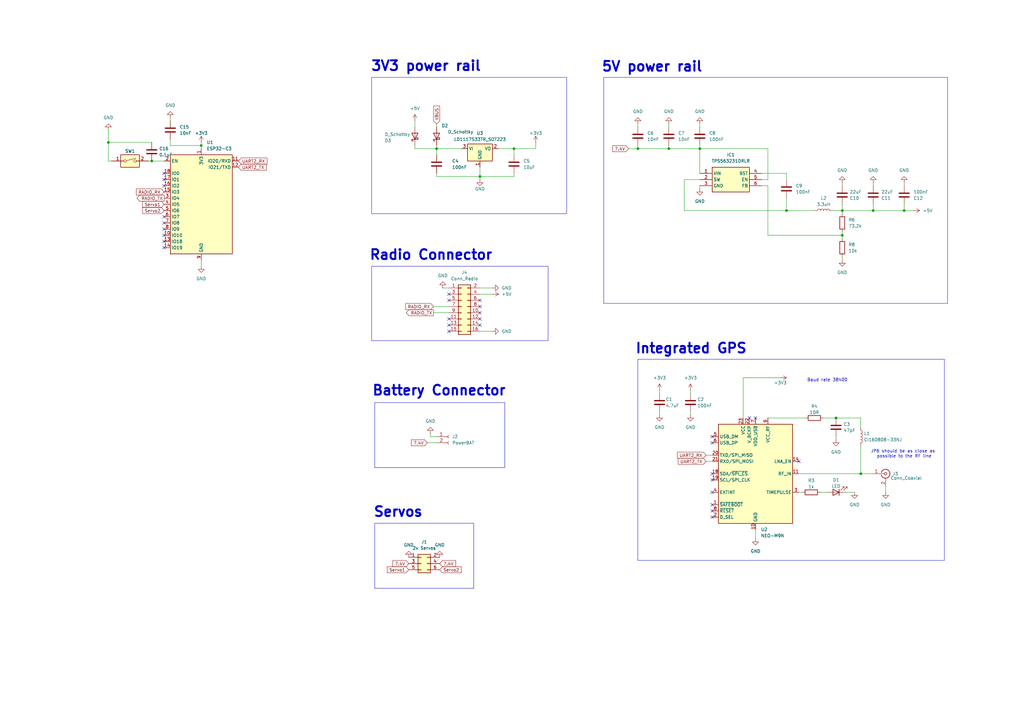
<source format=kicad_sch>
(kicad_sch (version 20250114) (generator "eeschema") (generator_version "9.0")
  (paper "A3")
  (lib_symbols
    (symbol "Connector:Conn_01x02_Socket" (pin_names (offset 1.016) (hide yes))
      (property "Reference" "J" (at 0 2.54 0))
      (property "Value" "Conn_01x02_Socket" (at 0 -5.08 0))
      (symbol "Conn_01x02_Socket_1_1"
        (polyline (pts (xy -1.27 0) (xy -0.508 0)) (stroke (width 0.1524)))
        (polyline (pts (xy -1.27 -2.54) (xy -0.508 -2.54)) (stroke (width 0.1524)))
        (arc (start 0 -0.508) (mid -0.5058 0) (end 0 0.508) (stroke (width 0.1524)))
        (arc (start 0 -3.048) (mid -0.5058 -2.54) (end 0 -2.032) (stroke (width 0.1524)))
        (pin passive line (at -5.08 0 0) (length 3.81) (name "Pin_1") (number "1"))
        (pin passive line (at -5.08 -2.54 0) (length 3.81) (name "Pin_2") (number "2"))
      )
    )
    (symbol "Connector:Conn_Coaxial" (pin_names (offset 1.016) (hide yes))
      (property "Reference" "J" (at 0.254 3.048 0))
      (property "Value" "Conn_Coaxial" (at 2.921 0 90))
      (symbol "Conn_Coaxial_0_1"
        (polyline (pts (xy -2.54 0) (xy -0.508 0)))
        (arc (start 1.778 0) (mid 0.222 -1.8079) (end -1.778 -0.508) (stroke (width 0.254)))
        (arc (start -1.778 0.508) (mid 0.2221 1.8084) (end 1.778 0) (stroke (width 0.254)))
        (circle (center 0 0) (radius 0.508) (stroke (width 0.2032)))
        (polyline (pts (xy 0 -2.54) (xy 0 -1.778)))
      )
      (symbol "Conn_Coaxial_1_1"
        (pin passive line (at -5.08 0 0) (length 2.54) (name "In") (number "1"))
        (pin passive line (at 0 -5.08 90) (length 2.54) (name "Ext") (number "2"))
      )
    )
    (symbol "Connector_Generic:Conn_02x03_Odd_Even" (pin_names (offset 1.016) (hide yes))
      (property "Reference" "J" (at 1.27 5.08 0))
      (property "Value" "Conn_02x03_Odd_Even" (at 1.27 -5.08 0))
      (symbol "Conn_02x03_Odd_Even_1_1"
        (rectangle (start -1.27 3.81) (end 3.81 -3.81) (stroke (width 0.254)) (fill (type background)))
        (rectangle (start -1.27 2.667) (end 0 2.413) (stroke (width 0.1524)))
        (rectangle (start -1.27 0.127) (end 0 -0.127) (stroke (width 0.1524)))
        (rectangle (start -1.27 -2.413) (end 0 -2.667) (stroke (width 0.1524)))
        (rectangle (start 3.81 2.667) (end 2.54 2.413) (stroke (width 0.1524)))
        (rectangle (start 3.81 0.127) (end 2.54 -0.127) (stroke (width 0.1524)))
        (rectangle (start 3.81 -2.413) (end 2.54 -2.667) (stroke (width 0.1524)))
        (pin passive line (at -5.08 2.54 0) (length 3.81) (name "Pin_1") (number "1"))
        (pin passive line (at -5.08 0 0) (length 3.81) (name "Pin_3") (number "3"))
        (pin passive line (at -5.08 -2.54 0) (length 3.81) (name "Pin_5") (number "5"))
        (pin passive line (at 7.62 2.54 180) (length 3.81) (name "Pin_2") (number "2"))
        (pin passive line (at 7.62 0 180) (length 3.81) (name "Pin_4") (number "4"))
        (pin passive line (at 7.62 -2.54 180) (length 3.81) (name "Pin_6") (number "6"))
      )
    )
    (symbol "Connector_Generic:Conn_02x08_Odd_Even" (pin_names (offset 1.016) (hide yes))
      (property "Reference" "J" (at 1.27 10.16 0))
      (property "Value" "Conn_02x08_Odd_Even" (at 1.27 -12.7 0))
      (symbol "Conn_02x08_Odd_Even_1_1"
        (rectangle (start -1.27 8.89) (end 3.81 -11.43) (stroke (width 0.254)) (fill (type background)))
        (rectangle (start -1.27 7.747) (end 0 7.493) (stroke (width 0.1524)))
        (rectangle (start -1.27 5.207) (end 0 4.953) (stroke (width 0.1524)))
        (rectangle (start -1.27 2.667) (end 0 2.413) (stroke (width 0.1524)))
        (rectangle (start -1.27 0.127) (end 0 -0.127) (stroke (width 0.1524)))
        (rectangle (start -1.27 -2.413) (end 0 -2.667) (stroke (width 0.1524)))
        (rectangle (start -1.27 -4.953) (end 0 -5.207) (stroke (width 0.1524)))
        (rectangle (start -1.27 -7.493) (end 0 -7.747) (stroke (width 0.1524)))
        (rectangle (start -1.27 -10.033) (end 0 -10.287) (stroke (width 0.1524)))
        (rectangle (start 3.81 7.747) (end 2.54 7.493) (stroke (width 0.1524)))
        (rectangle (start 3.81 5.207) (end 2.54 4.953) (stroke (width 0.1524)))
        (rectangle (start 3.81 2.667) (end 2.54 2.413) (stroke (width 0.1524)))
        (rectangle (start 3.81 0.127) (end 2.54 -0.127) (stroke (width 0.1524)))
        (rectangle (start 3.81 -2.413) (end 2.54 -2.667) (stroke (width 0.1524)))
        (rectangle (start 3.81 -4.953) (end 2.54 -5.207) (stroke (width 0.1524)))
        (rectangle (start 3.81 -7.493) (end 2.54 -7.747) (stroke (width 0.1524)))
        (rectangle (start 3.81 -10.033) (end 2.54 -10.287) (stroke (width 0.1524)))
        (pin passive line (at -5.08 7.62 0) (length 3.81) (name "Pin_1") (number "1"))
        (pin passive line (at -5.08 5.08 0) (length 3.81) (name "Pin_3") (number "3"))
        (pin passive line (at -5.08 2.54 0) (length 3.81) (name "Pin_5") (number "5"))
        (pin passive line (at -5.08 0 0) (length 3.81) (name "Pin_7") (number "7"))
        (pin passive line (at -5.08 -2.54 0) (length 3.81) (name "Pin_9") (number "9"))
        (pin passive line (at -5.08 -5.08 0) (length 3.81) (name "Pin_11") (number "11"))
        (pin passive line (at -5.08 -7.62 0) (length 3.81) (name "Pin_13") (number "13"))
        (pin passive line (at -5.08 -10.16 0) (length 3.81) (name "Pin_15") (number "15"))
        (pin passive line (at 7.62 7.62 180) (length 3.81) (name "Pin_2") (number "2"))
        (pin passive line (at 7.62 5.08 180) (length 3.81) (name "Pin_4") (number "4"))
        (pin passive line (at 7.62 2.54 180) (length 3.81) (name "Pin_6") (number "6"))
        (pin passive line (at 7.62 0 180) (length 3.81) (name "Pin_8") (number "8"))
        (pin passive line (at 7.62 -2.54 180) (length 3.81) (name "Pin_10") (number "10"))
        (pin passive line (at 7.62 -5.08 180) (length 3.81) (name "Pin_12") (number "12"))
        (pin passive line (at 7.62 -7.62 180) (length 3.81) (name "Pin_14") (number "14"))
        (pin passive line (at 7.62 -10.16 180) (length 3.81) (name "Pin_16") (number "16"))
      )
    )
    (symbol "Device:C" (pin_numbers (hide yes)) (pin_names (offset 0.254))
      (property "Reference" "C" (at 0.635 2.54 0))
      (property "Value" "C" (at 0.635 -2.54 0))
      (symbol "C_0_1"
        (polyline (pts (xy -2.032 0.762) (xy 2.032 0.762)) (stroke (width 0.508)))
        (polyline (pts (xy -2.032 -0.762) (xy 2.032 -0.762)) (stroke (width 0.508)))
      )
      (symbol "C_1_1"
        (pin passive line (at 0 3.81 270) (length 2.794) (name "~") (number "1"))
        (pin passive line (at 0 -3.81 90) (length 2.794) (name "~") (number "2"))
      )
    )
    (symbol "Device:D_Schottky" (pin_numbers (hide yes)) (pin_names (offset 1.016) (hide yes))
      (property "Reference" "D" (at 0 2.54 0))
      (property "Value" "D_Schottky" (at 0 -2.54 0))
      (symbol "D_Schottky_0_1"
        (polyline (pts (xy -1.905 0.635) (xy -1.905 1.27) (xy -1.27 1.27) (xy -1.27 -1.27) (xy -0.635 -1.27) (xy -0.635 -0.635)) (stroke (width 0.254)))
        (polyline (pts (xy 1.27 1.27) (xy 1.27 -1.27) (xy -1.27 0) (xy 1.27 1.27)) (stroke (width 0.254)))
        (polyline (pts (xy 1.27 0) (xy -1.27 0)))
      )
      (symbol "D_Schottky_1_1"
        (pin passive line (at -3.81 0 0) (length 2.54) (name "K") (number "1"))
        (pin passive line (at 3.81 0 180) (length 2.54) (name "A") (number "2"))
      )
    )
    (symbol "Device:L" (pin_numbers (hide yes)) (pin_names (offset 1.016) (hide yes))
      (property "Reference" "L" (at -1.27 0 90))
      (property "Value" "L" (at 1.905 0 90))
      (symbol "L_0_1"
        (arc (start 0 2.54) (mid 0.6323 1.905) (end 0 1.27))
        (arc (start 0 1.27) (mid 0.6323 0.635) (end 0 0))
        (arc (start 0 0) (mid 0.6323 -0.635) (end 0 -1.27))
        (arc (start 0 -1.27) (mid 0.6323 -1.905) (end 0 -2.54))
      )
      (symbol "L_1_1"
        (pin passive line (at 0 3.81 270) (length 1.27) (name "1") (number "1"))
        (pin passive line (at 0 -3.81 90) (length 1.27) (name "2") (number "2"))
      )
    )
    (symbol "Device:LED" (pin_numbers (hide yes)) (pin_names (offset 1.016) (hide yes))
      (property "Reference" "D" (at 0 2.54 0))
      (property "Value" "LED" (at 0 -2.54 0))
      (symbol "LED_0_1"
        (polyline (pts (xy -3.048 -0.762) (xy -4.572 -2.286) (xy -3.81 -2.286) (xy -4.572 -2.286) (xy -4.572 -1.524)))
        (polyline (pts (xy -1.778 -0.762) (xy -3.302 -2.286) (xy -2.54 -2.286) (xy -3.302 -2.286) (xy -3.302 -1.524)))
        (polyline (pts (xy -1.27 0) (xy 1.27 0)))
        (polyline (pts (xy -1.27 -1.27) (xy -1.27 1.27)) (stroke (width 0.254)))
        (polyline (pts (xy 1.27 -1.27) (xy 1.27 1.27) (xy -1.27 0) (xy 1.27 -1.27)) (stroke (width 0.254)))
      )
      (symbol "LED_1_1"
        (pin passive line (at -3.81 0 0) (length 2.54) (name "K") (number "1"))
        (pin passive line (at 3.81 0 180) (length 2.54) (name "A") (number "2"))
      )
    )
    (symbol "Device:R" (pin_numbers (hide yes)) (pin_names (offset 0))
      (property "Reference" "R" (at 2.032 0 90))
      (property "Value" "R" (at 0 0 90))
      (symbol "R_0_1"
        (rectangle (start -1.016 -2.54) (end 1.016 2.54) (stroke (width 0.254)))
      )
      (symbol "R_1_1"
        (pin passive line (at 0 3.81 270) (length 1.27) (name "~") (number "1"))
        (pin passive line (at 0 -3.81 90) (length 1.27) (name "~") (number "2"))
      )
    )
    (symbol "RF_GPS:NEO-M9N"
      (property "Reference" "U" (at -13.97 21.59 0))
      (property "Value" "NEO-M9N" (at 11.43 21.59 0))
      (symbol "NEO-M9N_0_1"
        (rectangle (start -15.24 20.32) (end 15.24 -20.32) (stroke (width 0.254)) (fill (type background)))
      )
      (symbol "NEO-M9N_1_1"
        (pin bidirectional line (at -17.78 15.24 0) (length 2.54) (name "USB_DM") (number "5"))
        (pin bidirectional line (at -17.78 12.7 0) (length 2.54) (name "USB_DP") (number "6"))
        (pin output line (at -17.78 7.62 0) (length 2.54) (name "TXD/SPI_MISO") (number "20"))
        (pin input line (at -17.78 5.08 0) (length 2.54) (name "RXD/SPI_MOSI") (number "21"))
        (pin bidirectional line (at -17.78 0 0) (length 2.54) (name "SDA/~{SPI_CS}") (number "18"))
        (pin input line (at -17.78 -2.54 0) (length 2.54) (name "SCL/SPI_CLK") (number "19"))
        (pin input line (at -17.78 -7.62 0) (length 2.54) (name "EXTINT") (number "4"))
        (pin input line (at -17.78 -12.7 0) (length 2.54) (name "~{SAFEBOOT}") (number "1"))
        (pin input line (at -17.78 -15.24 0) (length 2.54) (name "~{RESET}") (number "8"))
        (pin input line (at -17.78 -17.78 0) (length 2.54) (name "D_SEL") (number "2"))
        (pin power_in line (at -5.08 22.86 270) (length 2.54) (name "VCC") (number "23"))
        (pin power_in line (at -2.54 22.86 270) (length 2.54) (name "V_BCKP") (number "22"))
        (pin power_in line (at 0 22.86 270) (length 2.54) (name "VDD_USB") (number "7"))
        (pin power_in line (at 0 -22.86 90) (length 2.54) (name "GND") (number "10"))
        (pin passive line (at 0 -22.86 90) (length 2.54) (hide yes) (name "GND") (number "12"))
        (pin passive line (at 0 -22.86 90) (length 2.54) (hide yes) (name "GND") (number "13"))
        (pin passive line (at 0 -22.86 90) (length 2.54) (hide yes) (name "GND") (number "24"))
        (pin power_out line (at 5.08 22.86 270) (length 2.54) (name "VCC_RF") (number "9"))
        (pin no_connect line (at 15.24 -10.16 180) (length 2.54) (hide yes) (name "RESERVED") (number "15"))
        (pin no_connect line (at 15.24 -12.7 180) (length 2.54) (hide yes) (name "RESERVED") (number "16"))
        (pin no_connect line (at 15.24 -15.24 180) (length 2.54) (hide yes) (name "RESERVED") (number "17"))
        (pin output line (at 17.78 5.08 180) (length 2.54) (name "LNA_EN") (number "14"))
        (pin input line (at 17.78 0 180) (length 2.54) (name "RF_IN") (number "11"))
        (pin output line (at 17.78 -7.62 180) (length 2.54) (name "TIMEPULSE") (number "3"))
      )
    )
    (symbol "RF_Module:ESP32-C3-WROOM-02"
      (property "Reference" "U" (at -12.192 21.336 0))
      (property "Value" "ESP32-C3-WROOM-02" (at 12.192 21.336 0))
      (symbol "ESP32-C3-WROOM-02_1_1"
        (rectangle (start -12.7 20.32) (end 12.7 -20.32) (stroke (width 0.254)) (fill (type background)))
        (pin input line (at -15.24 17.78 0) (length 2.54) (name "EN") (number "2"))
        (pin bidirectional line (at -15.24 12.7 0) (length 2.54) (name "IO0") (number "18"))
        (pin bidirectional line (at -15.24 10.16 0) (length 2.54) (name "IO1") (number "17"))
        (pin bidirectional line (at -15.24 7.62 0) (length 2.54) (name "IO2") (number "16"))
        (pin bidirectional line (at -15.24 5.08 0) (length 2.54) (name "IO3") (number "15"))
        (pin bidirectional line (at -15.24 2.54 0) (length 2.54) (name "IO4") (number "3"))
        (pin bidirectional line (at -15.24 0 0) (length 2.54) (name "IO5") (number "4"))
        (pin bidirectional line (at -15.24 -2.54 0) (length 2.54) (name "IO6") (number "5"))
        (pin bidirectional line (at -15.24 -5.08 0) (length 2.54) (name "IO7") (number "6"))
        (pin bidirectional line (at -15.24 -7.62 0) (length 2.54) (name "IO8") (number "7"))
        (pin bidirectional line (at -15.24 -10.16 0) (length 2.54) (name "IO9") (number "8"))
        (pin bidirectional line (at -15.24 -12.7 0) (length 2.54) (name "IO10") (number "10"))
        (pin bidirectional line (at -15.24 -15.24 0) (length 2.54) (name "IO18") (number "13"))
        (pin bidirectional line (at -15.24 -17.78 0) (length 2.54) (name "IO19") (number "14"))
        (pin power_in line (at 0 22.86 270) (length 2.54) (name "3V3") (number "1"))
        (pin passive line (at 0 -22.86 90) (length 2.54) (hide yes) (name "GND") (number "19"))
        (pin power_in line (at 0 -22.86 90) (length 2.54) (name "GND") (number "9"))
        (pin bidirectional line (at 15.24 17.78 180) (length 2.54) (name "IO20/RXD") (number "11"))
        (pin bidirectional line (at 15.24 15.24 180) (length 2.54) (name "IO21/TXD") (number "12"))
      )
    )
    (symbol "Regulator_Linear:LD1117S33TR_SOT223"
      (property "Reference" "U" (at -3.81 3.175 0))
      (property "Value" "LD1117S33TR_SOT223" (at 0 3.175 0))
      (symbol "LD1117S33TR_SOT223_0_1"
        (rectangle (start -5.08 -5.08) (end 5.08 1.905) (stroke (width 0.254)) (fill (type background)))
      )
      (symbol "LD1117S33TR_SOT223_1_1"
        (pin power_in line (at -7.62 0 0) (length 2.54) (name "VI") (number "3"))
        (pin power_in line (at 0 -7.62 90) (length 2.54) (name "GND") (number "1"))
        (pin power_out line (at 7.62 0 180) (length 2.54) (name "VO") (number "2"))
      )
    )
    (symbol "SamacSys_Parts:TPS563231DRLR"
      (property "Reference" "IC" (at 21.59 7.62 0))
      (property "Value" "TPS563231DRLR" (at 21.59 5.08 0))
      (symbol "TPS563231DRLR_1_1"
        (rectangle (start 5.08 2.54) (end 20.32 -7.62) (stroke (width 0.254)) (fill (type background)))
        (pin passive line (at 0 0 0) (length 5.08) (name "VIN") (number "1"))
        (pin passive line (at 0 -2.54 0) (length 5.08) (name "SW") (number "2"))
        (pin passive line (at 0 -5.08 0) (length 5.08) (name "GND") (number "3"))
        (pin passive line (at 25.4 0 180) (length 5.08) (name "BST") (number "4"))
        (pin passive line (at 25.4 -2.54 180) (length 5.08) (name "EN") (number "5"))
        (pin passive line (at 25.4 -5.08 180) (length 5.08) (name "FB") (number "6"))
      )
    )
    (symbol "Switch:SW_DIP_x01" (pin_names (offset 0) (hide yes))
      (property "Reference" "SW" (at 0 3.81 0))
      (property "Value" "SW_DIP_x01" (at 0 -3.81 0))
      (symbol "SW_DIP_x01_0_0"
        (circle (center -2.032 0) (radius 0.508))
        (polyline (pts (xy -1.524 0.127) (xy 2.3622 1.1684)))
        (circle (center 2.032 0) (radius 0.508))
      )
      (symbol "SW_DIP_x01_0_1"
        (rectangle (start -3.81 2.54) (end 3.81 -2.54) (stroke (width 0.254)) (fill (type background)))
      )
      (symbol "SW_DIP_x01_1_1"
        (pin passive line (at -7.62 0 0) (length 5.08) (name "~") (number "1"))
        (pin passive line (at 7.62 0 180) (length 5.08) (name "~") (number "2"))
      )
    )
    (symbol "power:+3V3" (power) (pin_numbers (hide yes)) (pin_names (offset 0) (hide yes))
      (property "Value" "+3V3" (at 0 3.556 0))
      (symbol "+3V3_0_1"
        (polyline (pts (xy -0.762 1.27) (xy 0 2.54)))
        (polyline (pts (xy 0 2.54) (xy 0.762 1.27)))
        (polyline (pts (xy 0 0) (xy 0 2.54)))
      )
      (symbol "+3V3_1_1"
        (pin power_in line (at 0 0 90) (length 0) (name "~") (number "1"))
      )
    )
    (symbol "power:+5V" (power) (pin_numbers (hide yes)) (pin_names (offset 0) (hide yes))
      (property "Value" "+5V" (at 0 3.556 0))
      (symbol "+5V_0_1"
        (polyline (pts (xy -0.762 1.27) (xy 0 2.54)))
        (polyline (pts (xy 0 2.54) (xy 0.762 1.27)))
        (polyline (pts (xy 0 0) (xy 0 2.54)))
      )
      (symbol "+5V_1_1"
        (pin power_in line (at 0 0 90) (length 0) (name "~") (number "1"))
      )
    )
    (symbol "power:GND" (power) (pin_numbers (hide yes)) (pin_names (offset 0) (hide yes))
      (property "Value" "GND" (at 0 -3.81 0))
      (symbol "GND_0_1"
        (polyline (pts (xy 0 0) (xy 0 -1.27) (xy 1.27 -1.27) (xy 0 -2.54) (xy -1.27 -1.27) (xy 0 -1.27)))
      )
      (symbol "GND_1_1"
        (pin power_in line (at 0 0 270) (length 0) (name "~") (number "1"))
      )
    )
  )
  (rectangle (start 247.65 31.75) (end 388.62 124.46))
  (rectangle (start 153.67 165.1) (end 207.01 191.77))
  (rectangle (start 152.4 31.75) (end 232.41 87.63))
  (rectangle (start 153.67 214.63) (end 194.31 241.3))
  (rectangle (start 152.4 109.22) (end 224.79 139.7))
  (rectangle (start 261.62 147.32) (end 387.35 229.87))
  (text "Integrated GPS" (at 283.464 143.002 0) (effects (font (size 4 4) (thickness 0.8) (bold yes))))
  (text "Servos\n" (at 163.322 210.058 0) (effects (font (size 4 4) (thickness 0.8) (bold yes))))
  (text "Baud rate 38400" (at 339.344 155.956 0) (effects (font (size 1.27 1.27))))
  (text "JP6 should be as close as \npossible to the RF line\n" (at 370.84 186.182 0) (effects (font (size 1.27 1.27))))
  (text "3V3 power rail\n" (at 174.752 27.178 0) (effects (font (size 4 4) (thickness 0.8) (bold yes))))
  (text "Radio Connector" (at 176.784 104.648 0) (effects (font (size 4 4) (thickness 0.8) (bold yes))))
  (text "5V power rail\n" (at 267.462 27.432 0) (effects (font (size 4 4) (thickness 0.8) (bold yes))))
  (text "Battery Connector" (at 180.086 160.274 0) (effects (font (size 4 4) (thickness 0.8) (bold yes))))
  (junction (at 274.32 60.96))
  (junction (at 210.82 60.96))
  (junction (at 345.44 96.52))
  (junction (at 358.14 86.36))
  (junction (at 342.9 171.45))
  (junction (at 62.23 66.04))
  (junction (at 345.44 86.36))
  (junction (at 44.45 58.42))
  (junction (at 287.02 60.96))
  (junction (at 353.06 194.31))
  (junction (at 322.58 86.36))
  (junction (at 82.55 59.69))
  (junction (at 261.62 60.96))
  (junction (at 196.85 72.39))
  (junction (at 179.07 60.96))
  (junction (at 370.84 86.36))
  (no_connect (at 292.1 196.85))
  (no_connect (at 184.15 135.89))
  (no_connect (at 196.85 125.73))
  (no_connect (at 327.66 189.23))
  (no_connect (at 67.31 99.06))
  (no_connect (at 196.85 123.19))
  (no_connect (at 184.15 133.35))
  (no_connect (at 67.31 88.9))
  (no_connect (at 292.1 194.31))
  (no_connect (at 67.31 93.98))
  (no_connect (at 67.31 91.44))
  (no_connect (at 67.31 76.2))
  (no_connect (at 67.31 96.52))
  (no_connect (at 196.85 128.27))
  (no_connect (at 292.1 179.07))
  (no_connect (at 184.15 123.19))
  (no_connect (at 292.1 212.09))
  (no_connect (at 307.34 171.45))
  (no_connect (at 292.1 207.01))
  (no_connect (at 184.15 120.65))
  (no_connect (at 309.88 171.45))
  (no_connect (at 67.31 101.6))
  (no_connect (at 67.31 71.12))
  (no_connect (at 292.1 201.93))
  (no_connect (at 184.15 130.81))
  (no_connect (at 292.1 181.61))
  (no_connect (at 196.85 130.81))
  (no_connect (at 67.31 73.66))
  (no_connect (at 196.85 133.35))
  (no_connect (at 292.1 209.55))
  (wire (pts (xy 289.56 189.23) (xy 292.1 189.23)))
  (wire (pts (xy 342.9 179.07) (xy 342.9 180.34)))
  (wire (pts (xy 210.82 60.96) (xy 219.71 60.96)))
  (wire (pts (xy 274.32 50.8) (xy 274.32 52.07)))
  (wire (pts (xy 341.63 86.36) (xy 345.44 86.36)))
  (wire (pts (xy 170.18 49.53) (xy 170.18 52.07)))
  (wire (pts (xy 345.44 86.36) (xy 358.14 86.36)))
  (wire (pts (xy 44.45 58.42) (xy 62.23 58.42)))
  (wire (pts (xy 177.8 125.73) (xy 184.15 125.73)))
  (wire (pts (xy 179.07 60.96) (xy 179.07 63.5)))
  (wire (pts (xy 261.62 50.8) (xy 261.62 52.07)))
  (wire (pts (xy 179.07 72.39) (xy 179.07 71.12)))
  (wire (pts (xy 179.07 60.96) (xy 189.23 60.96)))
  (wire (pts (xy 210.82 60.96) (xy 210.82 63.5)))
  (wire (pts (xy 210.82 71.12) (xy 210.82 72.39)))
  (wire (pts (xy 322.58 86.36) (xy 334.01 86.36)))
  (wire (pts (xy 370.84 76.2) (xy 370.84 74.93)))
  (wire (pts (xy 280.67 86.36) (xy 322.58 86.36)))
  (wire (pts (xy 336.55 201.93) (xy 339.09 201.93)))
  (wire (pts (xy 287.02 73.66) (xy 280.67 73.66)))
  (wire (pts (xy 345.44 87.63) (xy 345.44 86.36)))
  (wire (pts (xy 201.93 118.11) (xy 196.85 118.11)))
  (wire (pts (xy 370.84 86.36) (xy 374.65 86.36)))
  (wire (pts (xy 283.21 160.02) (xy 283.21 161.29)))
  (wire (pts (xy 82.55 59.69) (xy 82.55 60.96)))
  (wire (pts (xy 204.47 60.96) (xy 210.82 60.96)))
  (wire (pts (xy 261.62 60.96) (xy 274.32 60.96)))
  (wire (pts (xy 312.42 71.12) (xy 322.58 71.12)))
  (wire (pts (xy 181.61 118.11) (xy 184.15 118.11)))
  (wire (pts (xy 280.67 73.66) (xy 280.67 86.36)))
  (wire (pts (xy 261.62 59.69) (xy 261.62 60.96)))
  (wire (pts (xy 345.44 86.36) (xy 345.44 83.82)))
  (wire (pts (xy 309.88 217.17) (xy 309.88 220.98)))
  (wire (pts (xy 327.66 194.31) (xy 353.06 194.31)))
  (wire (pts (xy 289.56 186.69) (xy 292.1 186.69)))
  (wire (pts (xy 345.44 76.2) (xy 345.44 74.93)))
  (wire (pts (xy 314.96 60.96) (xy 287.02 60.96)))
  (wire (pts (xy 196.85 68.58) (xy 196.85 72.39)))
  (wire (pts (xy 175.26 181.61) (xy 179.07 181.61)))
  (wire (pts (xy 346.71 201.93) (xy 350.52 201.93)))
  (wire (pts (xy 44.45 58.42) (xy 44.45 66.04)))
  (wire (pts (xy 44.45 53.34) (xy 44.45 58.42)))
  (wire (pts (xy 358.14 86.36) (xy 370.84 86.36)))
  (wire (pts (xy 179.07 59.69) (xy 179.07 60.96)))
  (wire (pts (xy 44.45 66.04) (xy 45.72 66.04)))
  (wire (pts (xy 314.96 73.66) (xy 314.96 60.96)))
  (wire (pts (xy 353.06 171.45) (xy 342.9 171.45)))
  (wire (pts (xy 270.51 168.91) (xy 270.51 170.18)))
  (wire (pts (xy 196.85 72.39) (xy 210.82 72.39)))
  (wire (pts (xy 314.96 76.2) (xy 312.42 76.2)))
  (wire (pts (xy 314.96 171.45) (xy 330.2 171.45)))
  (wire (pts (xy 60.96 66.04) (xy 62.23 66.04)))
  (wire (pts (xy 69.85 59.69) (xy 82.55 59.69)))
  (wire (pts (xy 270.51 160.02) (xy 270.51 161.29)))
  (wire (pts (xy 257.81 60.96) (xy 261.62 60.96)))
  (wire (pts (xy 322.58 86.36) (xy 322.58 81.28)))
  (wire (pts (xy 314.96 96.52) (xy 314.96 76.2)))
  (wire (pts (xy 358.14 76.2) (xy 358.14 74.93)))
  (wire (pts (xy 69.85 48.26) (xy 69.85 49.53)))
  (wire (pts (xy 179.07 50.8) (xy 179.07 52.07)))
  (wire (pts (xy 327.66 201.93) (xy 328.93 201.93)))
  (wire (pts (xy 176.53 179.07) (xy 179.07 179.07)))
  (wire (pts (xy 62.23 66.04) (xy 67.31 66.04)))
  (wire (pts (xy 337.82 171.45) (xy 342.9 171.45)))
  (wire (pts (xy 177.8 128.27) (xy 184.15 128.27)))
  (wire (pts (xy 345.44 105.41) (xy 345.44 106.68)))
  (wire (pts (xy 196.85 120.65) (xy 201.93 120.65)))
  (wire (pts (xy 353.06 182.88) (xy 353.06 194.31)))
  (wire (pts (xy 179.07 72.39) (xy 196.85 72.39)))
  (wire (pts (xy 370.84 86.36) (xy 370.84 83.82)))
  (wire (pts (xy 363.22 199.39) (xy 363.22 201.93)))
  (wire (pts (xy 283.21 168.91) (xy 283.21 170.18)))
  (wire (pts (xy 287.02 59.69) (xy 287.02 60.96)))
  (wire (pts (xy 219.71 60.96) (xy 219.71 58.42)))
  (wire (pts (xy 287.02 52.07) (xy 287.02 50.8)))
  (wire (pts (xy 287.02 76.2) (xy 287.02 77.47)))
  (wire (pts (xy 345.44 96.52) (xy 314.96 96.52)))
  (wire (pts (xy 176.53 177.8) (xy 176.53 179.07)))
  (wire (pts (xy 353.06 175.26) (xy 353.06 171.45)))
  (wire (pts (xy 287.02 60.96) (xy 287.02 71.12)))
  (wire (pts (xy 353.06 194.31) (xy 358.14 194.31)))
  (wire (pts (xy 312.42 73.66) (xy 314.96 73.66)))
  (wire (pts (xy 322.58 73.66) (xy 322.58 71.12)))
  (wire (pts (xy 345.44 95.25) (xy 345.44 96.52)))
  (wire (pts (xy 82.55 59.69) (xy 82.55 58.42)))
  (wire (pts (xy 201.93 135.89) (xy 196.85 135.89)))
  (wire (pts (xy 69.85 57.15) (xy 69.85 59.69)))
  (wire (pts (xy 170.18 60.96) (xy 179.07 60.96)))
  (wire (pts (xy 196.85 72.39) (xy 196.85 73.66)))
  (wire (pts (xy 358.14 86.36) (xy 358.14 83.82)))
  (wire (pts (xy 274.32 60.96) (xy 287.02 60.96)))
  (wire (pts (xy 170.18 59.69) (xy 170.18 60.96)))
  (wire (pts (xy 274.32 59.69) (xy 274.32 60.96)))
  (wire (pts (xy 304.8 154.94) (xy 320.04 154.94)))
  (wire (pts (xy 304.8 154.94) (xy 304.8 171.45)))
  (wire (pts (xy 345.44 96.52) (xy 345.44 97.79)))
  (wire (pts (xy 82.55 106.68) (xy 82.55 109.22)))
  (global_label "UART2_RX" (shape input) (at 97.79 66.04 0) (property "Intersheetrefs" "${INTERSHEET_REFS}" (effects (hide yes))))
  (global_label "UART2_RX" (shape input) (at 289.56 186.69 180) (property "Intersheetrefs" "${INTERSHEET_REFS}" (effects (hide yes))))
  (global_label "VBUS" (shape input) (at 179.07 50.8 90) (property "Intersheetrefs" "${INTERSHEET_REFS}" (effects (hide yes))))
  (global_label "Servo2" (shape input) (at 67.31 86.36 180) (property "Intersheetrefs" "${INTERSHEET_REFS}" (effects (hide yes))))
  (global_label "RADIO_RX" (shape input) (at 67.31 78.74 180) (property "Intersheetrefs" "${INTERSHEET_REFS}" (effects (hide yes))))
  (global_label "RADIO_TX" (shape output) (at 67.31 81.28 180) (property "Intersheetrefs" "${INTERSHEET_REFS}" (effects (hide yes))))
  (global_label "7.4V" (shape input) (at 167.64 231.14 180) (property "Intersheetrefs" "${INTERSHEET_REFS}" (effects (hide yes))))
  (global_label "UART2_TX" (shape input) (at 289.56 189.23 180) (property "Intersheetrefs" "${INTERSHEET_REFS}" (effects (hide yes))))
  (global_label "Servo1" (shape input) (at 67.31 83.82 180) (property "Intersheetrefs" "${INTERSHEET_REFS}" (effects (hide yes))))
  (global_label "RADIO_RX" (shape input) (at 177.8 125.73 180) (property "Intersheetrefs" "${INTERSHEET_REFS}" (effects (hide yes))))
  (global_label "7.4V" (shape input) (at 257.81 60.96 180) (property "Intersheetrefs" "${INTERSHEET_REFS}" (effects (hide yes))))
  (global_label "UART2_TX" (shape input) (at 97.79 68.58 0) (property "Intersheetrefs" "${INTERSHEET_REFS}" (effects (hide yes))))
  (global_label "7.4V" (shape input) (at 180.34 231.14 0) (property "Intersheetrefs" "${INTERSHEET_REFS}" (effects (hide yes))))
  (global_label "Servo2" (shape input) (at 180.34 233.68 0) (property "Intersheetrefs" "${INTERSHEET_REFS}" (effects (hide yes))))
  (global_label "Servo1" (shape input) (at 167.64 233.68 180) (property "Intersheetrefs" "${INTERSHEET_REFS}" (effects (hide yes))))
  (global_label "RADIO_TX" (shape output) (at 177.8 128.27 180) (property "Intersheetrefs" "${INTERSHEET_REFS}" (effects (hide yes))))
  (global_label "7.4V" (shape input) (at 175.26 181.61 180) (property "Intersheetrefs" "${INTERSHEET_REFS}" (effects (hide yes))))
  (symbol (lib_id "power:+5V") (at 201.93 120.65 270) (unit 1)
    (property "Reference" "#PWR012" (effects (hide yes)))
    (property "Value" "+5V" (at 205.74 120.6499 90) (effects (justify left)))
    (property "Description" "Power symbol creates a global label with name \"+5V\"" (effects (hide yes)))
  )
  (symbol (lib_id "power:GND") (at 350.52 201.93 0) (unit 1)
    (property "Reference" "#PWR08" (effects (hide yes)))
    (property "Value" "GND" (at 350.52 207.01 0))
    (property "Description" "Power symbol creates a global label with name \"GND\" , ground" (effects (hide yes)))
  )
  (symbol (lib_id "Device:R") (at 332.74 201.93 90) (unit 1)
    (property "Reference" "R3" (at 332.74 197.104 90))
    (property "Value" "1k" (at 332.74 199.644 90))
    (property "Footprint" "Resistor_SMD:R_1206_3216Metric" (effects (hide yes)))
    (property "Description" "Resistor" (effects (hide yes)))
  )
  (symbol (lib_id "Device:L") (at 337.82 86.36 90) (unit 1)
    (property "Reference" "L2" (at 337.82 81.28 90))
    (property "Value" "3.3uH" (at 337.82 83.82 90))
    (property "Footprint" "Inductor_SMD:L_Vishay_IHLP-2020" (effects (hide yes)))
    (property "Datasheet" "https://pt.mouser.com/ProductDetail/Vishay-Dale/IHLP2020CZER3R3M11?qs=6luCnr706CxdDyJXF4LSYw%3D%3D" (effects (hide yes)))
    (property "Description" "Inductor" (effects (hide yes)))
  )
  (symbol (lib_id "power:GND") (at 270.51 170.18 0) (unit 1)
    (property "Reference" "#PWR02" (effects (hide yes)))
    (property "Value" "GND" (at 270.51 175.26 0))
    (property "Description" "Power symbol creates a global label with name \"GND\" , ground" (effects (hide yes)))
  )
  (symbol (lib_id "Device:C") (at 179.07 67.31 0) (unit 1)
    (property "Reference" "C4" (at 185.42 66.0399 0) (effects (justify left)))
    (property "Value" "100nF" (at 185.42 68.5799 0) (effects (justify left)))
    (property "Footprint" "Capacitor_SMD:C_1206_3216Metric" (effects (hide yes)))
    (property "Description" "Unpolarized capacitor" (effects (hide yes)))
  )
  (symbol (lib_id "Connector:Conn_01x02_Socket") (at 184.15 179.07 0) (unit 1)
    (property "Reference" "J2" (at 185.42 179.0699 0) (effects (justify left)))
    (property "Value" "PowerBAT" (at 185.42 181.6099 0) (effects (justify left)))
    (property "Footprint" "Connector_AMASS:AMASS_XT30UPB-F_1x02_P5.0mm_Vertical" (effects (hide yes)))
    (property "Description" "Generic connector, single row, 01x02, script generated" (effects (hide yes)))
  )
  (symbol (lib_id "power:GND") (at 167.64 228.6 180) (unit 1)
    (property "Reference" "#PWR030" (effects (hide yes)))
    (property "Value" "GND" (at 167.64 223.52 0))
    (property "Description" "Power symbol creates a global label with name \"GND\" , ground" (effects (hide yes)))
  )
  (symbol (lib_id "power:+3V3") (at 270.51 160.02 0) (unit 1)
    (property "Reference" "#PWR01" (effects (hide yes)))
    (property "Value" "+3V3" (at 270.51 154.94 0))
    (property "Description" "Power symbol creates a global label with name \"+3V3\"" (effects (hide yes)))
  )
  (symbol (lib_id "power:GND") (at 274.32 50.8 180) (unit 1)
    (property "Reference" "#PWR019" (effects (hide yes)))
    (property "Value" "GND" (at 274.32 45.72 0))
    (property "Description" "Power symbol creates a global label with name \"GND\" , ground" (effects (hide yes)))
  )
  (symbol (lib_id "SamacSys_Parts:TPS563231DRLR") (at 287.02 71.12 0) (unit 1)
    (property "Reference" "IC1" (at 299.72 63.5 0))
    (property "Value" "TPS563231DRLR" (at 299.72 66.04 0))
    (property "Footprint" "SamacSys_Parts:SOTFL50P160X60-6N" (effects (hide yes)))
    (property "Datasheet" "http://www.ti.com/lit/gpn/TPS563231" (effects (hide yes)))
    (property "Description" "4.5-V to 17-V input, 3-A synchronous step-down voltage regulator" (effects (hide yes)))
    (property "Height" "0.6" (effects (hide yes)))
    (property "Manufacturer_Name" "Texas Instruments" (effects (hide yes)))
    (property "Manufacturer_Part_Number" "TPS563231DRLR" (effects (hide yes)))
    (property "Arrow Part Number" "TPS563231DRLR" (effects (hide yes)))
    (property "Arrow Price/Stock" "https://www.arrow.com/en/products/tps563231drlr/texas-instruments" (effects (hide yes)))
    (property "Part Page" "https://pt.mouser.com/ProductDetail/Texas-Instruments/TPS563231DRLR?qs=9r4v7xj2LnkEuOskP1euBg%3D%3D" (effects (hide yes)))
  )
  (symbol (lib_id "power:GND") (at 363.22 201.93 0) (unit 1)
    (property "Reference" "#PWR09" (effects (hide yes)))
    (property "Value" "GND" (at 363.22 207.01 0))
    (property "Description" "Power symbol creates a global label with name \"GND\" , ground" (effects (hide yes)))
  )
  (symbol (lib_id "Device:C") (at 322.58 77.47 0) (unit 1)
    (property "Reference" "C9" (at 326.39 76.1999 0) (effects (justify left)))
    (property "Value" "100nF" (at 326.39 78.7399 0) (effects (justify left)))
    (property "Footprint" "Capacitor_SMD:C_0805_2012Metric_Pad1.18x1.45mm_HandSolder" (effects (hide yes)))
    (property "Datasheet" "https://pt.mouser.com/ProductDetail/Murata-Electronics/GRM155R71A104KA01D?qs=8YPuuxuUzMIpJ%252BESZ%2Fj8CQ%3D%3D" (effects (hide yes)))
    (property "Description" "Unpolarized capacitor" (effects (hide yes)))
  )
  (symbol (lib_id "Device:LED") (at 342.9 201.93 180) (unit 1)
    (property "Reference" "D1" (at 342.9 196.85 0))
    (property "Value" "LED" (at 342.9 199.39 0))
    (property "Footprint" "LED_SMD:LED_1206_3216Metric" (effects (hide yes)))
    (property "Description" "Light emitting diode - Blue" (effects (hide yes)))
  )
  (symbol (lib_id "Device:C") (at 370.84 80.01 0) (mirror x) (unit 1)
    (property "Reference" "C12" (at 374.65 81.2801 0) (effects (justify left)))
    (property "Value" "100nF" (at 374.65 78.7401 0) (effects (justify left)))
    (property "Footprint" "Capacitor_SMD:C_0805_2012Metric_Pad1.18x1.45mm_HandSolder" (effects (hide yes)))
    (property "Datasheet" "https://pt.mouser.com/ProductDetail/Murata-Electronics/GRM155R71C104KA88D?qs=8YPuuxuUzMJKePo9sU3A2g%3D%3D" (effects (hide yes)))
    (property "Description" "Unpolarized capacitor" (effects (hide yes)))
  )
  (symbol (lib_id "Device:C") (at 261.62 55.88 0) (unit 1)
    (property "Reference" "C6" (at 265.43 54.6099 0) (effects (justify left)))
    (property "Value" "10nF" (at 265.43 57.1499 0) (effects (justify left)))
    (property "Footprint" "Capacitor_SMD:C_0805_2012Metric_Pad1.18x1.45mm_HandSolder" (effects (hide yes)))
    (property "Datasheet" "https://pt.mouser.com/ProductDetail/TDK/C2012X5R1V106K085AC?qs=6JAMGB%252BEdky%252BlYMcTLhFyA%3D%3D" (effects (hide yes)))
    (property "Description" "Unpolarized capacitor" (effects (hide yes)))
  )
  (symbol (lib_id "Device:L") (at 353.06 179.07 0) (unit 1)
    (property "Reference" "L1" (at 354.33 177.7999 0) (effects (justify left)))
    (property "Value" "CI160808-33NJ" (at 354.33 180.3399 0) (effects (justify left)))
    (property "Footprint" "Inductor_SMD:L_0603_1608Metric_Pad1.05x0.95mm_HandSolder" (effects (hide yes)))
    (property "Description" "Inductor" (effects (hide yes)))
  )
  (symbol (lib_id "power:+5V") (at 374.65 86.36 270) (unit 1)
    (property "Reference" "#PWR026" (effects (hide yes)))
    (property "Value" "+5V" (at 378.46 86.3599 90) (effects (justify left)))
    (property "Description" "Power symbol creates a global label with name \"+5V\"" (effects (hide yes)))
  )
  (symbol (lib_id "Device:C") (at 283.21 165.1 0) (unit 1)
    (property "Reference" "C2" (at 286.004 163.83 0) (effects (justify left)))
    (property "Value" "100nF" (at 286.004 166.37 0) (effects (justify left)))
    (property "Footprint" "Capacitor_SMD:C_1206_3216Metric" (effects (hide yes)))
    (property "Description" "Unpolarized capacitor" (effects (hide yes)))
  )
  (symbol (lib_id "power:+3V3") (at 82.55 58.42 0) (unit 1)
    (property "Reference" "#PWR032" (effects (hide yes)))
    (property "Value" "+3V3" (at 82.55 54.61 0))
    (property "Description" "Power symbol creates a global label with name \"+3V3\"" (effects (hide yes)))
  )
  (symbol (lib_id "power:GND") (at 261.62 50.8 180) (unit 1)
    (property "Reference" "#PWR018" (effects (hide yes)))
    (property "Value" "GND" (at 261.62 45.72 0))
    (property "Description" "Power symbol creates a global label with name \"GND\" , ground" (effects (hide yes)))
  )
  (symbol (lib_id "power:GND") (at 309.88 220.98 0) (unit 1)
    (property "Reference" "#PWR05" (effects (hide yes)))
    (property "Value" "GND" (at 309.88 226.06 0))
    (property "Description" "Power symbol creates a global label with name \"GND\" , ground" (effects (hide yes)))
  )
  (symbol (lib_id "Regulator_Linear:LD1117S33TR_SOT223") (at 196.85 60.96 0) (unit 1)
    (property "Reference" "U3" (at 196.85 54.61 0))
    (property "Value" "LD1117S33TR_SOT223" (at 196.85 57.15 0))
    (property "Footprint" "Package_TO_SOT_SMD:SOT-223-3_TabPin2" (effects (hide yes)))
    (property "Datasheet" "http://www.st.com/st-web-ui/static/active/en/resource/technical/document/datasheet/CD00000544.pdf" (effects (hide yes)))
    (property "Description" "800mA Fixed Low Drop Positive Voltage Regulator, Fixed Output 3.3V, SOT-223" (effects (hide yes)))
  )
  (symbol (lib_id "power:GND") (at 342.9 180.34 0) (unit 1)
    (property "Reference" "#PWR07" (effects (hide yes)))
    (property "Value" "GND" (at 342.9 185.42 0))
    (property "Description" "Power symbol creates a global label with name \"GND\" , ground" (effects (hide yes)))
  )
  (symbol (lib_id "Device:C") (at 69.85 53.34 0) (unit 1)
    (property "Reference" "C15" (at 73.66 52.0699 0) (effects (justify left)))
    (property "Value" "10nF" (at 73.66 54.6099 0) (effects (justify left)))
    (property "Footprint" "Capacitor_SMD:C_0805_2012Metric_Pad1.18x1.45mm_HandSolder" (effects (hide yes)))
    (property "Datasheet" "https://pt.mouser.com/ProductDetail/TDK/C2012X5R1V106K085AC?qs=6JAMGB%252BEdky%252BlYMcTLhFyA%3D%3D" (effects (hide yes)))
    (property "Description" "Unpolarized capacitor" (effects (hide yes)))
  )
  (symbol (lib_id "power:GND") (at 69.85 48.26 180) (unit 1)
    (property "Reference" "#PWR033" (effects (hide yes)))
    (property "Value" "GND" (at 69.85 43.18 0))
    (property "Description" "Power symbol creates a global label with name \"GND\" , ground" (effects (hide yes)))
  )
  (symbol (lib_id "power:GND") (at 287.02 77.47 0) (unit 1)
    (property "Reference" "#PWR021" (effects (hide yes)))
    (property "Value" "GND" (at 287.02 82.55 0))
    (property "Description" "Power symbol creates a global label with name \"GND\" , ground" (effects (hide yes)))
  )
  (symbol (lib_id "Connector:Conn_Coaxial") (at 363.22 194.31 0) (unit 1)
    (property "Reference" "J3" (at 366.014 194.31 0) (effects (justify left)))
    (property "Value" "Conn_Coaxial" (at 365.252 196.088 0) (effects (justify left)))
    (property "Footprint" "Connector_Coaxial:U.FL_Molex_MCRF_73412-0110_Vertical" (effects (hide yes)))
    (property "Description" "coaxial connector (BNC, SMA, SMB, SMC, Cinch/RCA, LEMO, ...)" (effects (hide yes)))
  )
  (symbol (lib_id "Device:C") (at 358.14 80.01 0) (mirror x) (unit 1)
    (property "Reference" "C11" (at 361.442 81.28 0) (effects (justify left)))
    (property "Value" "22uF" (at 361.442 78.74 0) (effects (justify left)))
    (property "Footprint" "Capacitor_SMD:C_0805_2012Metric_Pad1.18x1.45mm_HandSolder" (effects (hide yes)))
    (property "Datasheet" "https://pt.mouser.com/ProductDetail/TDK/C1608X5R1A226M080AC?qs=dfay7wIA1uED3Fb1o4f9Dg%3D%3D" (effects (hide yes)))
    (property "Description" "Unpolarized capacitor" (effects (hide yes)))
  )
  (symbol (lib_id "power:GND") (at 358.14 74.93 0) (mirror x) (unit 1)
    (property "Reference" "#PWR024" (effects (hide yes)))
    (property "Value" "GND" (at 358.14 69.85 0))
    (property "Description" "Power symbol creates a global label with name \"GND\" , ground" (effects (hide yes)))
  )
  (symbol (lib_id "Device:C") (at 345.44 80.01 0) (mirror x) (unit 1)
    (property "Reference" "C10" (at 348.488 81.28 0) (effects (justify left)))
    (property "Value" "22uF" (at 348.488 78.74 0) (effects (justify left)))
    (property "Footprint" "Capacitor_SMD:C_0805_2012Metric_Pad1.18x1.45mm_HandSolder" (effects (hide yes)))
    (property "Datasheet" "https://pt.mouser.com/ProductDetail/TDK/C1608X5R1A226M080AC?qs=dfay7wIA1uED3Fb1o4f9Dg%3D%3D" (effects (hide yes)))
    (property "Description" "Unpolarized capacitor" (effects (hide yes)))
  )
  (symbol (lib_id "power:GND") (at 345.44 74.93 0) (mirror x) (unit 1)
    (property "Reference" "#PWR023" (effects (hide yes)))
    (property "Value" "GND" (at 345.44 69.85 0))
    (property "Description" "Power symbol creates a global label with name \"GND\" , ground" (effects (hide yes)))
  )
  (symbol (lib_id "power:+3V3") (at 320.04 154.94 270) (unit 1)
    (property "Reference" "#PWR06" (effects (hide yes)))
    (property "Value" "+3V3" (at 320.04 156.972 90))
    (property "Description" "Power symbol creates a global label with name \"+3V3\"" (effects (hide yes)))
  )
  (symbol (lib_id "Device:R") (at 334.01 171.45 90) (unit 1)
    (property "Reference" "R4" (at 334.01 166.624 90))
    (property "Value" "10R" (at 334.01 169.164 90))
    (property "Footprint" "Resistor_SMD:R_1206_3216Metric" (effects (hide yes)))
    (property "Description" "Resistor" (effects (hide yes)))
  )
  (symbol (lib_id "power:GND") (at 201.93 118.11 90) (unit 1)
    (property "Reference" "#PWR011" (effects (hide yes)))
    (property "Value" "GND" (at 205.74 118.1101 90) (effects (justify right)))
    (property "Description" "Power symbol creates a global label with name \"GND\" , ground" (effects (hide yes)))
  )
  (symbol (lib_id "power:GND") (at 283.21 170.18 0) (unit 1)
    (property "Reference" "#PWR04" (effects (hide yes)))
    (property "Value" "GND" (at 283.21 175.26 0))
    (property "Description" "Power symbol creates a global label with name \"GND\" , ground" (effects (hide yes)))
  )
  (symbol (lib_id "power:GND") (at 176.53 177.8 180) (unit 1)
    (property "Reference" "#PWR017" (effects (hide yes)))
    (property "Value" "GND" (at 176.53 172.72 0))
    (property "Description" "Power symbol creates a global label with name \"GND\" , ground" (effects (hide yes)))
  )
  (symbol (lib_id "Device:C") (at 210.82 67.31 0) (unit 1)
    (property "Reference" "C5" (at 214.63 66.0399 0) (effects (justify left)))
    (property "Value" "10uF" (at 214.63 68.5799 0) (effects (justify left)))
    (property "Footprint" "Capacitor_SMD:C_1206_3216Metric" (effects (hide yes)))
    (property "Description" "Unpolarized capacitor" (effects (hide yes)))
  )
  (symbol (lib_id "Switch:SW_DIP_x01") (at 53.34 66.04 0) (unit 1)
    (property "Reference" "SW1" (at 53.34 61.976 0))
    (property "Value" "~" (at 53.34 62.23 0))
    (property "Footprint" "Button_Switch_SMD:SW_Push_1P1T_NO_CK_KSC6xxJ" (effects (hide yes)))
    (property "Description" "1x DIP Switch, Single Pole Single Throw (SPST) switch, small symbol" (effects (hide yes)))
  )
  (symbol (lib_id "Device:C") (at 287.02 55.88 0) (unit 1)
    (property "Reference" "C8" (at 290.83 54.6099 0) (effects (justify left)))
    (property "Value" "100nF" (at 290.83 57.1499 0) (effects (justify left)))
    (property "Footprint" "Capacitor_SMD:C_0805_2012Metric_Pad1.18x1.45mm_HandSolder" (effects (hide yes)))
    (property "Datasheet" "https://pt.mouser.com/ProductDetail/KEMET/C0603C104M3VACTU?qs=jZ42y6hXG8l3LKJr7CVpKA%3D%3D" (effects (hide yes)))
    (property "Description" "Unpolarized capacitor" (effects (hide yes)))
  )
  (symbol (lib_id "power:GND") (at 370.84 74.93 0) (mirror x) (unit 1)
    (property "Reference" "#PWR025" (effects (hide yes)))
    (property "Value" "GND" (at 370.84 69.85 0))
    (property "Description" "Power symbol creates a global label with name \"GND\" , ground" (effects (hide yes)))
  )
  (symbol (lib_id "Connector_Generic:Conn_02x03_Odd_Even") (at 172.72 231.14 0) (unit 1)
    (property "Reference" "J1" (at 173.99 222.25 0))
    (property "Value" "2x Servos" (at 173.99 224.79 0))
    (property "Footprint" "Connector_PinHeader_2.54mm:PinHeader_2x03_P2.54mm_Horizontal" (effects (hide yes)))
    (property "Description" "Generic connector, double row, 02x03, odd/even pin numbering scheme (row 1 odd numbers, row 2 even numbers), script generated (kicad-library-utils/schlib/autogen/connector/)" (effects (hide yes)))
  )
  (symbol (lib_id "power:+3V3") (at 219.71 58.42 0) (unit 1)
    (property "Reference" "#PWR015" (effects (hide yes)))
    (property "Value" "+3V3" (at 219.71 54.61 0))
    (property "Description" "Power symbol creates a global label with name \"+3V3\"" (effects (hide yes)))
  )
  (symbol (lib_id "RF_Module:ESP32-C3-WROOM-02") (at 82.55 83.82 0) (unit 1)
    (property "Reference" "U1" (at 84.7441 58.42 0) (effects (justify left)))
    (property "Value" "ESP32-C3" (at 84.7441 60.96 0) (effects (justify left)))
    (property "Footprint" "RF_Module:ESP32-C3-WROOM-02" (effects (hide yes)))
    (property "Datasheet" "https://www.espressif.com/sites/default/files/documentation/esp32-c3-wroom-02_datasheet_en.pdf" (effects (hide yes)))
    (property "Description" "802.11 b/g/n Wi­Fi and Bluetooth 5 module, ESP32­C3 SoC, RISC­V microprocessor, On-board antenna" (effects (hide yes)))
  )
  (symbol (lib_id "power:GND") (at 345.44 106.68 0) (unit 1)
    (property "Reference" "#PWR022" (effects (hide yes)))
    (property "Value" "GND" (at 345.44 111.76 0))
    (property "Description" "Power symbol creates a global label with name \"GND\" , ground" (effects (hide yes)))
  )
  (symbol (lib_id "Device:D_Schottky") (at 179.07 55.88 90) (unit 1)
    (property "Reference" "D2" (at 181.102 51.562 90) (effects (justify right)))
    (property "Value" "D_Schottky" (at 183.642 54.102 90) (effects (justify right)))
    (property "Footprint" "Diode_SMD:D_0805_2012Metric_Pad1.15x1.40mm_HandSolder" (effects (hide yes)))
    (property "Description" "Schottky diode" (effects (hide yes)))
  )
  (symbol (lib_id "Device:D_Schottky") (at 170.18 55.88 90) (unit 1)
    (property "Reference" "D3" (at 157.734 57.658 90) (effects (justify right)))
    (property "Value" "D_Schottky" (at 157.734 55.118 90) (effects (justify right)))
    (property "Footprint" "Diode_SMD:D_0805_2012Metric_Pad1.15x1.40mm_HandSolder" (effects (hide yes)))
    (property "Description" "Schottky diode" (effects (hide yes)))
  )
  (symbol (lib_id "power:GND") (at 196.85 73.66 0) (unit 1)
    (property "Reference" "#PWR014" (effects (hide yes)))
    (property "Value" "GND" (at 196.85 77.47 0))
    (property "Description" "Power symbol creates a global label with name \"GND\" , ground" (effects (hide yes)))
  )
  (symbol (lib_id "RF_GPS:NEO-M9N") (at 309.88 194.31 0) (unit 1)
    (property "Reference" "U2" (at 312.0741 217.17 0) (effects (justify left)))
    (property "Value" "NEO-M9N" (at 312.0741 219.71 0) (effects (justify left)))
    (property "Footprint" "RF_GPS:ublox_NEO" (effects (hide yes)))
    (property "Datasheet" "https://www.u-blox.com/sites/default/files/NEO-M9N-00B_DataSheet_UBX-19014285.pdf" (effects (hide yes)))
    (property "Description" "GNSS Module NEO M8, VCC 2.7V to 3.6V" (effects (hide yes)))
  )
  (symbol (lib_id "Device:C") (at 62.23 62.23 180) (unit 1)
    (property "Reference" "C16" (at 65.278 60.96 0) (effects (justify right)))
    (property "Value" "0.1uF" (at 65.278 63.5 0) (effects (justify right)))
    (property "Footprint" "Capacitor_SMD:C_0805_2012Metric_Pad1.18x1.45mm_HandSolder" (effects (hide yes)))
    (property "Datasheet" "https://pt.mouser.com/ProductDetail/TDK/C2012X5R1V106K085AC?qs=6JAMGB%252BEdky%252BlYMcTLhFyA%3D%3D" (effects (hide yes)))
    (property "Description" "Unpolarized capacitor" (effects (hide yes)))
  )
  (symbol (lib_id "power:+5V") (at 170.18 49.53 0) (unit 1)
    (property "Reference" "#PWR016" (effects (hide yes)))
    (property "Value" "+5V" (at 170.18 44.45 0))
    (property "Description" "Power symbol creates a global label with name \"+5V\"" (effects (hide yes)))
  )
  (symbol (lib_id "Device:C") (at 342.9 175.26 0) (unit 1)
    (property "Reference" "C3" (at 345.948 173.99 0) (effects (justify left)))
    (property "Value" "47pF" (at 345.948 176.53 0) (effects (justify left)))
    (property "Footprint" "Capacitor_SMD:C_1206_3216Metric" (effects (hide yes)))
    (property "Description" "Unpolarized capacitor" (effects (hide yes)))
  )
  (symbol (lib_id "Connector_Generic:Conn_02x08_Odd_Even") (at 189.23 125.73 0) (unit 1)
    (property "Reference" "J4" (at 190.5 111.76 0))
    (property "Value" "Conn_Radio" (at 190.5 114.3 0))
    (property "Footprint" "Connector_PinSocket_2.54mm:PinSocket_2x08_P2.54mm_Vertical_SMD" (effects (hide yes)))
    (property "Description" "Generic connector, double row, 02x08, odd/even pin numbering scheme (row 1 odd numbers, row 2 even numbers), script generated (kicad-library-utils/schlib/autogen/connector/)" (effects (hide yes)))
  )
  (symbol (lib_id "power:GND") (at 181.61 118.11 180) (unit 1)
    (property "Reference" "#PWR010" (effects (hide yes)))
    (property "Value" "GND" (at 181.61 113.03 0))
    (property "Description" "Power symbol creates a global label with name \"GND\" , ground" (effects (hide yes)))
  )
  (symbol (lib_id "Device:R") (at 345.44 101.6 0) (unit 1)
    (property "Reference" "R8" (at 347.98 100.3299 0) (effects (justify left)))
    (property "Value" "10k" (at 347.98 102.8699 0) (effects (justify left)))
    (property "Footprint" "Resistor_SMD:R_0402_1005Metric_Pad0.72x0.64mm_HandSolder" (effects (hide yes)))
    (property "Datasheet" "https://pt.mouser.com/ProductDetail/Vishay-Dale/CRCW040210K0FKED?qs=rlE3Te1NifyN3e8vvxacSw%3D%3D" (effects (hide yes)))
    (property "Description" "Resistor" (effects (hide yes)))
  )
  (symbol (lib_id "power:GND") (at 180.34 228.6 180) (unit 1)
    (property "Reference" "#PWR031" (effects (hide yes)))
    (property "Value" "GND" (at 180.34 223.52 0))
    (property "Description" "Power symbol creates a global label with name \"GND\" , ground" (effects (hide yes)))
  )
  (symbol (lib_id "power:GND") (at 82.55 109.22 0) (unit 1)
    (property "Reference" "#PWR027" (effects (hide yes)))
    (property "Value" "GND" (at 82.55 114.3 0))
    (property "Description" "Power symbol creates a global label with name \"GND\" , ground" (effects (hide yes)))
  )
  (symbol (lib_id "power:+3V3") (at 283.21 160.02 0) (unit 1)
    (property "Reference" "#PWR03" (effects (hide yes)))
    (property "Value" "+3V3" (at 283.21 154.94 0))
    (property "Description" "Power symbol creates a global label with name \"+3V3\"" (effects (hide yes)))
  )
  (symbol (lib_id "Device:R") (at 345.44 91.44 0) (unit 1)
    (property "Reference" "R6" (at 347.98 90.1699 0) (effects (justify left)))
    (property "Value" "73.2k" (at 347.98 92.7099 0) (effects (justify left)))
    (property "Footprint" "Resistor_SMD:R_0402_1005Metric_Pad0.72x0.64mm_HandSolder" (effects (hide yes)))
    (property "Datasheet" "https://pt.mouser.com/ProductDetail/Vishay-Dale/CRCW040273K2FKED?qs=Yor07UEv01XVSRsADw%252Bp5A%3D%3D" (effects (hide yes)))
    (property "Description" "Resistor" (effects (hide yes)))
  )
  (symbol (lib_id "Device:C") (at 274.32 55.88 0) (unit 1)
    (property "Reference" "C7" (at 278.13 54.6099 0) (effects (justify left)))
    (property "Value" "10nF" (at 278.13 57.1499 0) (effects (justify left)))
    (property "Footprint" "Capacitor_SMD:C_0805_2012Metric_Pad1.18x1.45mm_HandSolder" (effects (hide yes)))
    (property "Datasheet" "https://pt.mouser.com/ProductDetail/TDK/C2012X5R1V106K085AC?qs=6JAMGB%252BEdky%252BlYMcTLhFyA%3D%3D" (effects (hide yes)))
    (property "Description" "Unpolarized capacitor" (effects (hide yes)))
  )
  (symbol (lib_id "Device:C") (at 270.51 165.1 0) (unit 1)
    (property "Reference" "C1" (at 273.05 163.83 0) (effects (justify left)))
    (property "Value" "4.7uF" (at 273.05 166.37 0) (effects (justify left)))
    (property "Footprint" "Capacitor_SMD:C_1206_3216Metric" (effects (hide yes)))
    (property "Description" "Unpolarized capacitor" (effects (hide yes)))
  )
  (symbol (lib_id "power:GND") (at 44.45 53.34 180) (unit 1)
    (property "Reference" "#PWR034" (effects (hide yes)))
    (property "Value" "GND" (at 44.45 48.26 0))
    (property "Description" "Power symbol creates a global label with name \"GND\" , ground" (effects (hide yes)))
  )
  (symbol (lib_id "power:GND") (at 201.93 135.89 90) (unit 1)
    (property "Reference" "#PWR013" (effects (hide yes)))
    (property "Value" "GND" (at 205.74 135.8901 90) (effects (justify right)))
    (property "Description" "Power symbol creates a global label with name \"GND\" , ground" (effects (hide yes)))
  )
  (symbol (lib_id "power:GND") (at 287.02 50.8 180) (unit 1)
    (property "Reference" "#PWR020" (effects (hide yes)))
    (property "Value" "GND" (at 287.02 45.72 0))
    (property "Description" "Power symbol creates a global label with name \"GND\" , ground" (effects (hide yes)))
  )
)
</source>
